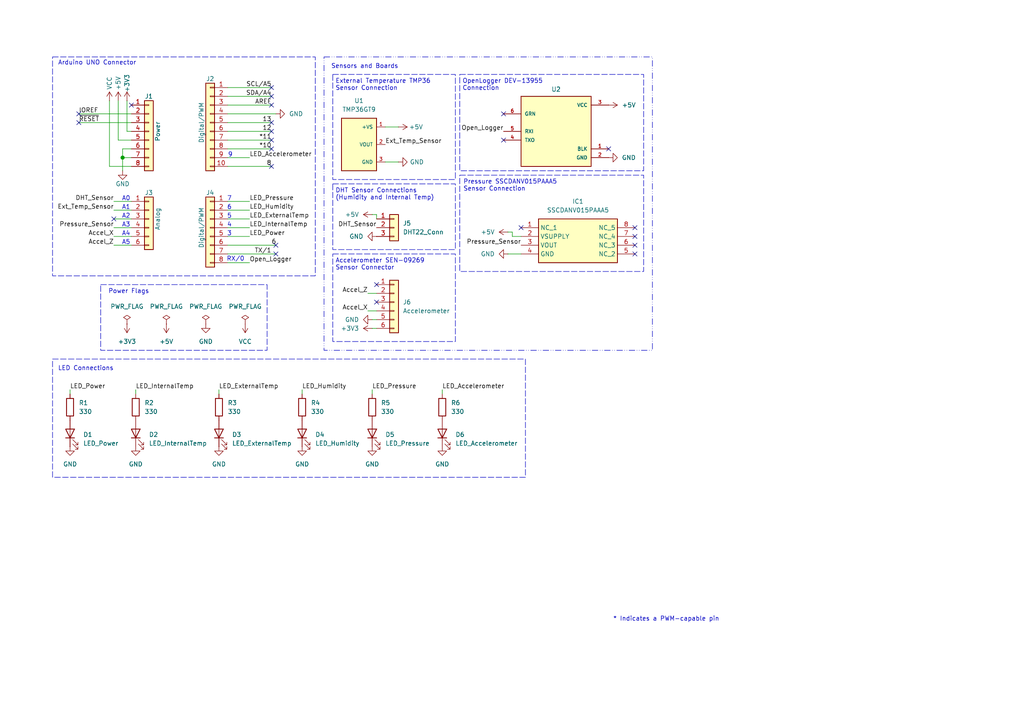
<source format=kicad_sch>
(kicad_sch (version 20231120) (generator "eeschema") (generator_version "8.0")
  (paper "A4")
  (title_block (title "Microprocessors Final Project") (date "mar. 31 mars 2015") (rev "Revision 1"))
  (lib_symbols
    (symbol "+3V3_1" (power) (pin_numbers hide) (pin_names (offset 0) hide)
      (property "Value" "+3V3" (at 0 3.556 0))
      (symbol "+3V3_1_0_1"
        (polyline (pts (xy -0.762 1.27) (xy 0 2.54)))
        (polyline (pts (xy 0 0) (xy 0 2.54)))
        (polyline (pts (xy 0 2.54) (xy 0.762 1.27)))
      )
      (symbol "+3V3_1_1_1"
        (pin power_in line (at 0 0 90) (length 0) (name "~") (number "1"))
      )
    )
    (symbol "+3V3_2" (power) (pin_numbers hide) (pin_names (offset 0) hide)
      (property "Value" "+3V3" (at 0 3.556 0))
      (symbol "+3V3_2_0_1"
        (polyline (pts (xy -0.762 1.27) (xy 0 2.54)))
        (polyline (pts (xy 0 0) (xy 0 2.54)))
        (polyline (pts (xy 0 2.54) (xy 0.762 1.27)))
      )
      (symbol "+3V3_2_1_1"
        (pin power_in line (at 0 0 90) (length 0) (name "~") (number "1"))
      )
    )
    (symbol "+5V_1" (power) (pin_numbers hide) (pin_names (offset 0) hide)
      (property "Value" "+5V" (at 0 3.556 0))
      (symbol "+5V_1_0_1"
        (polyline (pts (xy -0.762 1.27) (xy 0 2.54)))
        (polyline (pts (xy 0 0) (xy 0 2.54)))
        (polyline (pts (xy 0 2.54) (xy 0.762 1.27)))
      )
      (symbol "+5V_1_1_1"
        (pin power_in line (at 0 0 90) (length 0) (name "~") (number "1"))
      )
    )
    (symbol "+5V_2" (power) (pin_numbers hide) (pin_names (offset 0) hide)
      (property "Value" "+5V" (at 0 3.556 0))
      (symbol "+5V_2_0_1"
        (polyline (pts (xy -0.762 1.27) (xy 0 2.54)))
        (polyline (pts (xy 0 0) (xy 0 2.54)))
        (polyline (pts (xy 0 2.54) (xy 0.762 1.27)))
      )
      (symbol "+5V_2_1_1"
        (pin power_in line (at 0 0 90) (length 0) (name "~") (number "1"))
      )
    )
    (symbol "+5V_3" (power) (pin_numbers hide) (pin_names (offset 0) hide)
      (property "Value" "+5V" (at 0 3.556 0))
      (symbol "+5V_3_0_1"
        (polyline (pts (xy -0.762 1.27) (xy 0 2.54)))
        (polyline (pts (xy 0 0) (xy 0 2.54)))
        (polyline (pts (xy 0 2.54) (xy 0.762 1.27)))
      )
      (symbol "+5V_3_1_1"
        (pin power_in line (at 0 0 90) (length 0) (name "~") (number "1"))
      )
    )
    (symbol "+5V_4" (power) (pin_numbers hide) (pin_names (offset 0) hide)
      (property "Value" "+5V" (at 0 3.556 0))
      (symbol "+5V_4_0_1"
        (polyline (pts (xy -0.762 1.27) (xy 0 2.54)))
        (polyline (pts (xy 0 0) (xy 0 2.54)))
        (polyline (pts (xy 0 2.54) (xy 0.762 1.27)))
      )
      (symbol "+5V_4_1_1"
        (pin power_in line (at 0 0 90) (length 0) (name "~") (number "1"))
      )
    )
    (symbol "+5V_5" (power) (pin_numbers hide) (pin_names (offset 0) hide)
      (property "Value" "+5V" (at 0 3.556 0))
      (symbol "+5V_5_0_1"
        (polyline (pts (xy -0.762 1.27) (xy 0 2.54)))
        (polyline (pts (xy 0 0) (xy 0 2.54)))
        (polyline (pts (xy 0 2.54) (xy 0.762 1.27)))
      )
      (symbol "+5V_5_1_1"
        (pin power_in line (at 0 0 90) (length 0) (name "~") (number "1"))
      )
    )
    (symbol "+5V_6" (power) (pin_numbers hide) (pin_names (offset 0) hide)
      (property "Value" "+5V" (at 0 3.556 0))
      (symbol "+5V_6_0_1"
        (polyline (pts (xy -0.762 1.27) (xy 0 2.54)))
        (polyline (pts (xy 0 0) (xy 0 2.54)))
        (polyline (pts (xy 0 2.54) (xy 0.762 1.27)))
      )
      (symbol "+5V_6_1_1"
        (pin power_in line (at 0 0 90) (length 0) (name "~") (number "1"))
      )
    )
    (symbol "Connector_Generic:Conn_01x03" (pin_names (offset 1.016) hide)
      (property "Reference" "J" (at 0 5.08 0))
      (property "Value" "Conn_01x03" (at 0 -5.08 0))
      (symbol "Conn_01x03_1_1"
        (rectangle (start -1.27 -2.413) (end 0 -2.667) (stroke (width 0.1524)))
        (rectangle (start -1.27 0.127) (end 0 -0.127) (stroke (width 0.1524)))
        (rectangle (start -1.27 2.667) (end 0 2.413) (stroke (width 0.1524)))
        (rectangle (start -1.27 3.81) (end 1.27 -3.81) (stroke (width 0.254)) (fill (type background)))
        (pin passive line (at -5.08 2.54 0) (length 3.81) (name "Pin_1") (number "1"))
        (pin passive line (at -5.08 0 0) (length 3.81) (name "Pin_2") (number "2"))
        (pin passive line (at -5.08 -2.54 0) (length 3.81) (name "Pin_3") (number "3"))
      )
    )
    (symbol "Connector_Generic:Conn_01x06" (pin_names (offset 1.016) hide)
      (property "Reference" "J" (at 0 7.62 0))
      (property "Value" "Conn_01x06" (at 0 -10.16 0))
      (symbol "Conn_01x06_1_1"
        (rectangle (start -1.27 -7.493) (end 0 -7.747) (stroke (width 0.1524)))
        (rectangle (start -1.27 -4.953) (end 0 -5.207) (stroke (width 0.1524)))
        (rectangle (start -1.27 -2.413) (end 0 -2.667) (stroke (width 0.1524)))
        (rectangle (start -1.27 0.127) (end 0 -0.127) (stroke (width 0.1524)))
        (rectangle (start -1.27 2.667) (end 0 2.413) (stroke (width 0.1524)))
        (rectangle (start -1.27 5.207) (end 0 4.953) (stroke (width 0.1524)))
        (rectangle (start -1.27 6.35) (end 1.27 -8.89) (stroke (width 0.254)) (fill (type background)))
        (pin passive line (at -5.08 5.08 0) (length 3.81) (name "Pin_1") (number "1"))
        (pin passive line (at -5.08 2.54 0) (length 3.81) (name "Pin_2") (number "2"))
        (pin passive line (at -5.08 0 0) (length 3.81) (name "Pin_3") (number "3"))
        (pin passive line (at -5.08 -2.54 0) (length 3.81) (name "Pin_4") (number "4"))
        (pin passive line (at -5.08 -5.08 0) (length 3.81) (name "Pin_5") (number "5"))
        (pin passive line (at -5.08 -7.62 0) (length 3.81) (name "Pin_6") (number "6"))
      )
    )
    (symbol "Connector_Generic:Conn_01x08" (pin_names (offset 1.016) hide)
      (property "Reference" "J" (at 0 10.16 0))
      (property "Value" "Conn_01x08" (at 0 -12.7 0))
      (symbol "Conn_01x08_1_1"
        (rectangle (start -1.27 -10.033) (end 0 -10.287) (stroke (width 0.1524)))
        (rectangle (start -1.27 -7.493) (end 0 -7.747) (stroke (width 0.1524)))
        (rectangle (start -1.27 -4.953) (end 0 -5.207) (stroke (width 0.1524)))
        (rectangle (start -1.27 -2.413) (end 0 -2.667) (stroke (width 0.1524)))
        (rectangle (start -1.27 0.127) (end 0 -0.127) (stroke (width 0.1524)))
        (rectangle (start -1.27 2.667) (end 0 2.413) (stroke (width 0.1524)))
        (rectangle (start -1.27 5.207) (end 0 4.953) (stroke (width 0.1524)))
        (rectangle (start -1.27 7.747) (end 0 7.493) (stroke (width 0.1524)))
        (rectangle (start -1.27 8.89) (end 1.27 -11.43) (stroke (width 0.254)) (fill (type background)))
        (pin passive line (at -5.08 7.62 0) (length 3.81) (name "Pin_1") (number "1"))
        (pin passive line (at -5.08 5.08 0) (length 3.81) (name "Pin_2") (number "2"))
        (pin passive line (at -5.08 2.54 0) (length 3.81) (name "Pin_3") (number "3"))
        (pin passive line (at -5.08 0 0) (length 3.81) (name "Pin_4") (number "4"))
        (pin passive line (at -5.08 -2.54 0) (length 3.81) (name "Pin_5") (number "5"))
        (pin passive line (at -5.08 -5.08 0) (length 3.81) (name "Pin_6") (number "6"))
        (pin passive line (at -5.08 -7.62 0) (length 3.81) (name "Pin_7") (number "7"))
        (pin passive line (at -5.08 -10.16 0) (length 3.81) (name "Pin_8") (number "8"))
      )
    )
    (symbol "Connector_Generic:Conn_01x10" (pin_names (offset 1.016) hide)
      (property "Reference" "J" (at 0 12.7 0))
      (property "Value" "Conn_01x10" (at 0 -15.24 0))
      (symbol "Conn_01x10_1_1"
        (rectangle (start -1.27 -12.573) (end 0 -12.827) (stroke (width 0.1524)))
        (rectangle (start -1.27 -10.033) (end 0 -10.287) (stroke (width 0.1524)))
        (rectangle (start -1.27 -7.493) (end 0 -7.747) (stroke (width 0.1524)))
        (rectangle (start -1.27 -4.953) (end 0 -5.207) (stroke (width 0.1524)))
        (rectangle (start -1.27 -2.413) (end 0 -2.667) (stroke (width 0.1524)))
        (rectangle (start -1.27 0.127) (end 0 -0.127) (stroke (width 0.1524)))
        (rectangle (start -1.27 2.667) (end 0 2.413) (stroke (width 0.1524)))
        (rectangle (start -1.27 5.207) (end 0 4.953) (stroke (width 0.1524)))
        (rectangle (start -1.27 7.747) (end 0 7.493) (stroke (width 0.1524)))
        (rectangle (start -1.27 10.287) (end 0 10.033) (stroke (width 0.1524)))
        (rectangle (start -1.27 11.43) (end 1.27 -13.97) (stroke (width 0.254)) (fill (type background)))
        (pin passive line (at -5.08 10.16 0) (length 3.81) (name "Pin_1") (number "1"))
        (pin passive line (at -5.08 -12.7 0) (length 3.81) (name "Pin_10") (number "10"))
        (pin passive line (at -5.08 7.62 0) (length 3.81) (name "Pin_2") (number "2"))
        (pin passive line (at -5.08 5.08 0) (length 3.81) (name "Pin_3") (number "3"))
        (pin passive line (at -5.08 2.54 0) (length 3.81) (name "Pin_4") (number "4"))
        (pin passive line (at -5.08 0 0) (length 3.81) (name "Pin_5") (number "5"))
        (pin passive line (at -5.08 -2.54 0) (length 3.81) (name "Pin_6") (number "6"))
        (pin passive line (at -5.08 -5.08 0) (length 3.81) (name "Pin_7") (number "7"))
        (pin passive line (at -5.08 -7.62 0) (length 3.81) (name "Pin_8") (number "8"))
        (pin passive line (at -5.08 -10.16 0) (length 3.81) (name "Pin_9") (number "9"))
      )
    )
    (symbol "DEV-13955:DEV-13955" (pin_names (offset 1.016))
      (property "Reference" "U" (at -10.16 10.922 0))
      (property "Value" "DEV-13955" (at -10.16 -12.7 0))
      (symbol "DEV-13955_0_0"
        (rectangle (start -10.16 -10.16) (end 10.16 10.16) (stroke (width 0.254)) (fill (type background)))
        (pin power_in line (at 15.24 -5.08 180) (length 5.08) (name "BLK") (number "1"))
        (pin power_in line (at 15.24 -7.62 180) (length 5.08) (name "GND") (number "2"))
        (pin power_in line (at 15.24 7.62 180) (length 5.08) (name "VCC") (number "3"))
        (pin output line (at -15.24 -2.54 0) (length 5.08) (name "TXO") (number "4"))
        (pin input line (at -15.24 0 0) (length 5.08) (name "RXI") (number "5"))
        (pin input line (at -15.24 5.08 0) (length 5.08) (name "GRN") (number "6"))
      )
    )
    (symbol "Device:LED" (pin_numbers hide) (pin_names (offset 1.016) hide)
      (property "Reference" "D" (at 0 2.54 0))
      (property "Value" "LED" (at 0 -2.54 0))
      (symbol "LED_0_1"
        (polyline (pts (xy -1.27 -1.27) (xy -1.27 1.27)) (stroke (width 0.254)))
        (polyline (pts (xy -1.27 0) (xy 1.27 0)))
        (polyline (pts (xy 1.27 -1.27) (xy 1.27 1.27) (xy -1.27 0) (xy 1.27 -1.27)) (stroke (width 0.254)))
        (polyline (pts (xy -3.048 -0.762) (xy -4.572 -2.286) (xy -3.81 -2.286) (xy -4.572 -2.286) (xy -4.572 -1.524)))
        (polyline (pts (xy -1.778 -0.762) (xy -3.302 -2.286) (xy -2.54 -2.286) (xy -3.302 -2.286) (xy -3.302 -1.524)))
      )
      (symbol "LED_1_1"
        (pin passive line (at -3.81 0 0) (length 2.54) (name "K") (number "1"))
        (pin passive line (at 3.81 0 180) (length 2.54) (name "A") (number "2"))
      )
    )
    (symbol "Device:R" (pin_numbers hide) (pin_names (offset 0))
      (property "Reference" "R" (at 2.032 0 90))
      (property "Value" "R" (at 0 0 90))
      (symbol "R_0_1"
        (rectangle (start -1.016 -2.54) (end 1.016 2.54) (stroke (width 0.254)))
      )
      (symbol "R_1_1"
        (pin passive line (at 0 3.81 270) (length 1.27) (name "~") (number "1"))
        (pin passive line (at 0 -3.81 90) (length 1.27) (name "~") (number "2"))
      )
    )
    (symbol "GND_1" (power) (pin_numbers hide) (pin_names (offset 0) hide)
      (property "Value" "GND" (at 0 -3.81 0))
      (symbol "GND_1_0_1"
        (polyline (pts (xy 0 0) (xy 0 -1.27) (xy 1.27 -1.27) (xy 0 -2.54) (xy -1.27 -1.27) (xy 0 -1.27)))
      )
      (symbol "GND_1_1_1"
        (pin power_in line (at 0 0 270) (length 0) (name "~") (number "1"))
      )
    )
    (symbol "GND_2" (power) (pin_numbers hide) (pin_names (offset 0) hide)
      (property "Value" "GND" (at 0 -3.81 0))
      (symbol "GND_2_0_1"
        (polyline (pts (xy 0 0) (xy 0 -1.27) (xy 1.27 -1.27) (xy 0 -2.54) (xy -1.27 -1.27) (xy 0 -1.27)))
      )
      (symbol "GND_2_1_1"
        (pin power_in line (at 0 0 270) (length 0) (name "~") (number "1"))
      )
    )
    (symbol "GND_3" (power) (pin_numbers hide) (pin_names (offset 0) hide)
      (property "Value" "GND" (at 0 -3.81 0))
      (symbol "GND_3_0_1"
        (polyline (pts (xy 0 0) (xy 0 -1.27) (xy 1.27 -1.27) (xy 0 -2.54) (xy -1.27 -1.27) (xy 0 -1.27)))
      )
      (symbol "GND_3_1_1"
        (pin power_in line (at 0 0 270) (length 0) (name "~") (number "1"))
      )
    )
    (symbol "GND_4" (power) (pin_numbers hide) (pin_names (offset 0) hide)
      (property "Value" "GND" (at 0 -3.81 0))
      (symbol "GND_4_0_1"
        (polyline (pts (xy 0 0) (xy 0 -1.27) (xy 1.27 -1.27) (xy 0 -2.54) (xy -1.27 -1.27) (xy 0 -1.27)))
      )
      (symbol "GND_4_1_1"
        (pin power_in line (at 0 0 270) (length 0) (name "~") (number "1"))
      )
    )
    (symbol "GND_5" (power) (pin_numbers hide) (pin_names (offset 0) hide)
      (property "Value" "GND" (at 0 -3.81 0))
      (symbol "GND_5_0_1"
        (polyline (pts (xy 0 0) (xy 0 -1.27) (xy 1.27 -1.27) (xy 0 -2.54) (xy -1.27 -1.27) (xy 0 -1.27)))
      )
      (symbol "GND_5_1_1"
        (pin power_in line (at 0 0 270) (length 0) (name "~") (number "1"))
      )
    )
    (symbol "GND_6" (power) (pin_numbers hide) (pin_names (offset 0) hide)
      (property "Value" "GND" (at 0 -3.81 0))
      (symbol "GND_6_0_1"
        (polyline (pts (xy 0 0) (xy 0 -1.27) (xy 1.27 -1.27) (xy 0 -2.54) (xy -1.27 -1.27) (xy 0 -1.27)))
      )
      (symbol "GND_6_1_1"
        (pin power_in line (at 0 0 270) (length 0) (name "~") (number "1"))
      )
    )
    (symbol "GND_7" (power) (pin_numbers hide) (pin_names (offset 0) hide)
      (property "Value" "GND" (at 0 -3.81 0))
      (symbol "GND_7_0_1"
        (polyline (pts (xy 0 0) (xy 0 -1.27) (xy 1.27 -1.27) (xy 0 -2.54) (xy -1.27 -1.27) (xy 0 -1.27)))
      )
      (symbol "GND_7_1_1"
        (pin power_in line (at 0 0 270) (length 0) (name "~") (number "1"))
      )
    )
    (symbol "SSCDANV015PAAA5:SSCDANV015PAAA5"
      (property "Reference" "IC" (at 29.21 7.62 0))
      (property "Value" "SSCDANV015PAAA5" (at 29.21 5.08 0))
      (symbol "SSCDANV015PAAA5_1_1"
        (rectangle (start 5.08 2.54) (end 27.94 -10.16) (stroke (width 0.254)) (fill (type background)))
        (pin passive line (at 0 0 0) (length 5.08) (name "NC_1") (number "1"))
        (pin passive line (at 0 -2.54 0) (length 5.08) (name "VSUPPLY") (number "2"))
        (pin passive line (at 0 -5.08 0) (length 5.08) (name "VOUT") (number "3"))
        (pin passive line (at 0 -7.62 0) (length 5.08) (name "GND") (number "4"))
        (pin passive line (at 33.02 -7.62 180) (length 5.08) (name "NC_2") (number "5"))
        (pin passive line (at 33.02 -5.08 180) (length 5.08) (name "NC_3") (number "6"))
        (pin passive line (at 33.02 -2.54 180) (length 5.08) (name "NC_4") (number "7"))
        (pin passive line (at 33.02 0 180) (length 5.08) (name "NC_5") (number "8"))
      )
    )
    (symbol "TMP36GT9:TMP36GT9" (pin_names (offset 1.016))
      (property "Reference" "U" (at -5.0829 7.6244 0))
      (property "Value" "TMP36GT9" (at -5.08 -10.16 0))
      (symbol "TMP36GT9_0_0"
        (rectangle (start -5.08 -7.62) (end 5.08 7.62) (stroke (width 0.254)) (fill (type background)))
        (pin power_in line (at 7.62 5.08 180) (length 2.54) (name "+VS") (number "1"))
        (pin output line (at 7.62 0 180) (length 2.54) (name "VOUT") (number "2"))
        (pin power_in line (at 7.62 -5.08 180) (length 2.54) (name "GND") (number "3"))
      )
    )
    (symbol "power:GND" (power) (pin_numbers hide) (pin_names (offset 0) hide)
      (property "Value" "GND" (at 0 -3.81 0))
      (symbol "GND_0_1"
        (polyline (pts (xy 0 0) (xy 0 -1.27) (xy 1.27 -1.27) (xy 0 -2.54) (xy -1.27 -1.27) (xy 0 -1.27)))
      )
      (symbol "GND_1_1"
        (pin power_in line (at 0 0 270) (length 0) (name "~") (number "1"))
      )
    )
    (symbol "power:PWR_FLAG" (power) (pin_numbers hide) (pin_names (offset 0) hide)
      (property "Value" "PWR_FLAG" (at 0 3.81 0))
      (symbol "PWR_FLAG_0_0"
        (pin power_out line (at 0 0 90) (length 0) (name "~") (number "1"))
      )
      (symbol "PWR_FLAG_0_1"
        (polyline (pts (xy 0 0) (xy 0 1.27) (xy -1.016 1.905) (xy 0 2.54) (xy 1.016 1.905) (xy 0 1.27)))
      )
    )
    (symbol "power:VCC" (power) (pin_numbers hide) (pin_names (offset 0) hide)
      (property "Value" "VCC" (at 0 3.556 0))
      (symbol "VCC_0_1"
        (polyline (pts (xy -0.762 1.27) (xy 0 2.54)))
        (polyline (pts (xy 0 0) (xy 0 2.54)))
        (polyline (pts (xy 0 2.54) (xy 0.762 1.27)))
      )
      (symbol "VCC_1_1"
        (pin power_in line (at 0 0 90) (length 0) (name "~") (number "1"))
      )
    )
  )
  (junction (at 35.56 45.72) (diameter 1.016))
  (no_connect (at 109.22 87.63))
  (no_connect (at 184.15 73.66))
  (no_connect (at 78.74 30.48))
  (no_connect (at 146.05 40.64))
  (no_connect (at 78.74 48.26))
  (no_connect (at 184.15 71.12))
  (no_connect (at 184.15 66.04))
  (no_connect (at 80.01 71.12))
  (no_connect (at 78.74 43.18))
  (no_connect (at 22.86 35.56))
  (no_connect (at 109.22 82.55))
  (no_connect (at 78.74 38.1))
  (no_connect (at 80.01 73.66))
  (no_connect (at 22.86 33.02))
  (no_connect (at 78.74 25.4))
  (no_connect (at 151.13 66.04))
  (no_connect (at 78.74 27.94))
  (no_connect (at 78.74 35.56))
  (no_connect (at 38.1 30.48))
  (no_connect (at 176.53 43.18))
  (no_connect (at 33.02 63.5))
  (no_connect (at 78.74 40.64))
  (no_connect (at 184.15 68.58))
  (no_connect (at 146.05 33.02))
  (wire (pts (xy 66.04 76.2) (xy 72.39 76.2)))
  (wire (pts (xy 115.57 46.99) (xy 111.76 46.99)))
  (wire (pts (xy 63.5 113.03) (xy 63.5 114.3)))
  (wire (pts (xy 66.04 43.18) (xy 78.74 43.18)))
  (wire (pts (xy 109.22 62.23) (xy 109.22 63.5)))
  (wire (pts (xy 66.04 25.4) (xy 78.74 25.4)))
  (wire (pts (xy 106.68 90.17) (xy 109.22 90.17)))
  (wire (pts (xy 107.95 95.25) (xy 109.22 95.25)))
  (wire (pts (xy 35.56 43.18) (xy 35.56 45.72)))
  (wire (pts (xy 106.68 85.09) (xy 109.22 85.09)))
  (wire (pts (xy 33.02 71.12) (xy 38.1 71.12)))
  (wire (pts (xy 36.83 38.1) (xy 38.1 38.1)))
  (wire (pts (xy 34.29 40.64) (xy 38.1 40.64)))
  (wire (pts (xy 34.29 29.21) (xy 34.29 40.64)))
  (wire (pts (xy 148.59 67.31) (xy 148.59 68.58)))
  (wire (pts (xy 66.04 35.56) (xy 78.74 35.56)))
  (wire (pts (xy 36.83 29.21) (xy 36.83 38.1)))
  (wire (pts (xy 66.04 58.42) (xy 72.39 58.42)))
  (wire (pts (xy 38.1 58.42) (xy 33.02 58.42)))
  (wire (pts (xy 66.04 38.1) (xy 78.74 38.1)))
  (wire (pts (xy 66.04 60.96) (xy 72.39 60.96)))
  (wire (pts (xy 66.04 45.72) (xy 72.39 45.72)))
  (wire (pts (xy 22.86 33.02) (xy 38.1 33.02)))
  (wire (pts (xy 66.04 30.48) (xy 78.74 30.48)))
  (wire (pts (xy 147.32 73.66) (xy 151.13 73.66)))
  (wire (pts (xy 115.57 36.83) (xy 111.76 36.83)))
  (wire (pts (xy 38.1 63.5) (xy 33.02 63.5)))
  (wire (pts (xy 22.86 35.56) (xy 38.1 35.56)))
  (wire (pts (xy 35.56 49.53) (xy 35.56 45.72)))
  (wire (pts (xy 38.1 45.72) (xy 35.56 45.72)))
  (wire (pts (xy 128.27 113.03) (xy 128.27 114.3)))
  (wire (pts (xy 31.75 48.26) (xy 38.1 48.26)))
  (wire (pts (xy 39.37 113.03) (xy 39.37 114.3)))
  (wire (pts (xy 33.02 60.96) (xy 38.1 60.96)))
  (wire (pts (xy 20.32 113.03) (xy 20.32 114.3)))
  (wire (pts (xy 107.95 92.71) (xy 109.22 92.71)))
  (wire (pts (xy 147.32 67.31) (xy 148.59 67.31)))
  (wire (pts (xy 66.04 66.04) (xy 72.39 66.04)))
  (wire (pts (xy 66.04 33.02) (xy 80.01 33.02)))
  (wire (pts (xy 38.1 43.18) (xy 35.56 43.18)))
  (wire (pts (xy 107.95 62.23) (xy 109.22 62.23)))
  (wire (pts (xy 66.04 40.64) (xy 78.74 40.64)))
  (wire (pts (xy 107.95 113.03) (xy 107.95 114.3)))
  (wire (pts (xy 66.04 63.5) (xy 72.39 63.5)))
  (wire (pts (xy 33.02 66.04) (xy 38.1 66.04)))
  (wire (pts (xy 87.63 113.03) (xy 87.63 114.3)))
  (wire (pts (xy 66.04 27.94) (xy 78.74 27.94)))
  (wire (pts (xy 66.04 71.12) (xy 80.01 71.12)))
  (wire (pts (xy 66.04 68.58) (xy 72.39 68.58)))
  (wire (pts (xy 66.04 73.66) (xy 80.01 73.66)))
  (wire (pts (xy 31.75 48.26) (xy 31.75 29.21)))
  (wire (pts (xy 148.59 68.58) (xy 151.13 68.58)))
  (wire (pts (xy 38.1 68.58) (xy 33.02 68.58)))
  (wire (pts (xy 66.04 48.26) (xy 78.74 48.26)))
  (rectangle (start 29.21 82.55) (end 77.47 101.6) (stroke (width 0) (type dash)))
  (rectangle (start 133.35 21.59) (end 186.69 49.53) (stroke (width 0) (type dash)))
  (rectangle (start 96.52 53.34) (end 132.08 72.39) (stroke (width 0) (type dash)))
  (rectangle (start 15.24 104.14) (end 152.4 138.43) (stroke (width 0) (type dash)))
  (rectangle (start 133.35 50.8) (end 186.69 78.74) (stroke (width 0) (type dash)))
  (rectangle (start 96.52 21.59) (end 132.08 52.07) (stroke (width 0) (type dash)))
  (rectangle (start 96.52 73.66) (end 132.08 99.06) (stroke (width 0) (type dash)))
  (rectangle (start 15.24 16.51) (end 91.44 80.01) (stroke (width 0) (type dash)))
  (rectangle (start 93.98 16.51) (end 189.23 101.6) (stroke (width 0) (type dash_dot_dot)))
  (text "9" (at 66.802 44.958 0) (effects (font (size 1.27 1.27))))
  (text "External Temperature TMP36\nSensor Connection\n" (at 97.282 24.638 0) (effects (font (size 1.27 1.27)) (justify left)))
  (text "Arduino UNO Connector" (at 28.194 18.288 0) (effects (font (size 1.27 1.27))))
  (text "A4" (at 36.576 67.818 0) (effects (font (size 1.27 1.27))))
  (text "OpenLogger DEV-13955\nConnection\n" (at 134.112 24.638 0) (effects (font (size 1.27 1.27)) (justify left)))
  (text "6" (at 66.548 60.198 0) (effects (font (size 1.27 1.27))))
  (text "Sensors and Boards" (at 96.012 19.304 0) (effects (font (size 1.27 1.27)) (justify left)))
  (text "Accelerometer SEN-09269\nSensor Connector" (at 97.282 76.708 0) (effects (font (size 1.27 1.27)) (justify left)))
  (text "A3" (at 36.576 65.278 0) (effects (font (size 1.27 1.27))))
  (text "5" (at 66.548 62.738 0) (effects (font (size 1.27 1.27))))
  (text "Power Flags" (at 37.338 84.582 0) (effects (font (size 1.27 1.27))))
  (text "LED Connections" (at 24.892 106.934 0) (effects (font (size 1.27 1.27))))
  (text "4\n" (at 66.548 65.278 0) (effects (font (size 1.27 1.27))))
  (text "3" (at 66.548 67.818 0) (effects (font (size 1.27 1.27))))
  (text "A2" (at 36.576 62.738 0) (effects (font (size 1.27 1.27))))
  (text "A5" (at 36.576 70.358 0) (effects (font (size 1.27 1.27))))
  (text "DHT Sensor Connections\n(Humidity and Internal Temp)\n" (at 97.282 56.388 0) (effects (font (size 1.27 1.27)) (justify left)))
  (text "7" (at 66.548 57.658 0) (effects (font (size 1.27 1.27))))
  (text "* Indicates a PWM-capable pin" (at 177.8 180.34 0) (effects (font (size 1.27 1.27)) (justify left bottom)))
  (text "RX/0" (at 68.326 75.184 0) (effects (font (size 1.27 1.27))))
  (text "A0" (at 36.576 57.658 0) (effects (font (size 1.27 1.27))))
  (text "Pressure SSCDANV015PAAA5\nSensor Connection\n" (at 134.366 53.848 0) (effects (font (size 1.27 1.27)) (justify left)))
  (text "A1" (at 36.576 60.198 0) (effects (font (size 1.27 1.27))))
  (label "6" (at 78.74 71.12 0))
  (label "Accel_X" (at 33.02 68.58 180))
  (label "LED_Accelerometer" (at 128.27 113.03 0))
  (label "LED_InternalTemp" (at 72.39 66.04 0))
  (label "LED_Accelerometer" (at 72.39 45.72 0))
  (label "13" (at 78.74 35.56 180))
  (label "12" (at 78.74 38.1 180))
  (label "~{RESET}" (at 22.86 35.56 0))
  (label "LED_Humidity" (at 72.39 60.96 0))
  (label "*10" (at 78.74 43.18 180))
  (label "LED_Power" (at 72.39 68.58 0))
  (label "LED_Pressure" (at 72.39 58.42 0))
  (label "LED_ExternalTemp" (at 72.39 63.5 0))
  (label "Accel_X" (at 106.68 90.17 180))
  (label "Accel_Z" (at 33.02 71.12 180))
  (label "DHT_Sensor" (at 33.02 58.42 180))
  (label "SDA{slash}A4" (at 78.74 27.94 180))
  (label "8" (at 78.74 48.26 180))
  (label "Pressure_Sensor" (at 33.02 66.04 180))
  (label "*11" (at 78.74 40.64 180))
  (label "Open_Logger" (at 146.05 38.1 180))
  (label "Accel_Z" (at 106.68 85.09 180))
  (label "LED_Pressure" (at 107.95 113.03 0))
  (label "TX{slash}1" (at 78.74 73.66 180))
  (label "LED_Power" (at 20.32 113.03 0))
  (label "LED_InternalTemp" (at 39.37 113.03 0))
  (label "AREF" (at 78.74 30.48 180))
  (label "Open_Logger" (at 72.39 76.2 0))
  (label "Pressure_Sensor" (at 151.13 71.12 180))
  (label "SCL{slash}A5" (at 78.74 25.4 180))
  (label "LED_Humidity" (at 87.63 113.03 0))
  (label "IOREF" (at 22.86 33.02 0))
  (label "Ext_Temp_Sensor" (at 33.02 60.96 180))
  (label "LED_ExternalTemp" (at 63.5 113.03 0))
  (label "Ext_Temp_Sensor" (at 111.76 41.91 0))
  (label "DHT_Sensor" (at 109.22 66.04 180))
  (symbol (lib_id "Connector_Generic:Conn_01x08") (at 43.18 38.1 0) (unit 1)
    (property "Reference" "J1" (at 43.18 27.94 0))
    (property "Value" "Power" (at 45.72 38.1 90))
    (property "Footprint" "Connector_PinSocket_2.54mm:PinSocket_1x08_P2.54mm_Vertical" (effects (hide yes)))
  )
  (symbol (lib_id "Connector_Generic:Conn_01x10") (at 60.96 35.56 0) (mirror y) (unit 1)
    (property "Reference" "J2" (at 60.96 22.86 0))
    (property "Value" "Digital/PWM" (at 58.42 35.56 90))
    (property "Footprint" "Connector_PinSocket_2.54mm:PinSocket_1x10_P2.54mm_Vertical" (effects (hide yes)))
  )
  (symbol (lib_id "Connector_Generic:Conn_01x06") (at 43.18 63.5 0) (unit 1)
    (property "Reference" "J3" (at 43.18 55.88 0))
    (property "Value" "Analog" (at 45.72 63.5 90))
    (property "Footprint" "Connector_PinSocket_2.54mm:PinSocket_1x06_P2.54mm_Vertical" (effects (hide yes)))
  )
  (symbol (lib_id "Connector_Generic:Conn_01x08") (at 60.96 66.04 0) (mirror y) (unit 1)
    (property "Reference" "J4" (at 60.96 55.88 0))
    (property "Value" "Digital/PWM" (at 58.42 66.04 90))
    (property "Footprint" "Connector_PinSocket_2.54mm:PinSocket_1x08_P2.54mm_Vertical" (effects (hide yes)))
  )
  (symbol (lib_name "GND_7") (lib_id "power:GND") (at 80.01 33.02 90) (unit 1)
    (property "Reference" "#PWR02" (effects (hide yes)))
    (property "Value" "GND" (at 83.82 33.0199 90) (effects (justify right)))
    (property "Description" "Power symbol creates a global label with name \"GND\" , ground" (effects (hide yes)))
  )
  (symbol (lib_name "+5V_1") (lib_id "power:+5V") (at 48.26 93.98 180) (unit 1)
    (property "Reference" "#PWR07" (effects (hide yes)))
    (property "Value" "+5V" (at 48.26 99.06 0))
    (property "Description" "Power symbol creates a global label with name \"+5V\"" (effects (hide yes)))
  )
  (symbol (lib_name "GND_2") (lib_id "power:GND") (at 87.63 129.54 0) (unit 1)
    (property "Reference" "#PWR012" (effects (hide yes)))
    (property "Value" "GND" (at 87.63 134.62 0))
    (property "Description" "Power symbol creates a global label with name \"GND\" , ground" (effects (hide yes)))
  )
  (symbol (lib_id "power:GND") (at 35.56 49.53 0) (unit 1)
    (property "Reference" "#PWR03" (effects (hide yes)))
    (property "Value" "GND" (at 35.56 53.34 0))
    (property "Description" "Power symbol creates a global label with name \"GND\" , ground" (effects (hide yes)))
  )
  (symbol (lib_name "+5V_2") (lib_id "power:+5V") (at 115.57 36.83 270) (unit 1)
    (property "Reference" "#PWR016" (effects (hide yes)))
    (property "Value" "+5V" (at 118.618 36.83 90) (effects (justify left)))
    (property "Description" "Power symbol creates a global label with name \"+5V\"" (effects (hide yes)))
  )
  (symbol (lib_id "Connector_Generic:Conn_01x06") (at 114.3 87.63 0) (unit 1)
    (property "Reference" "J6" (at 116.84 87.6299 0) (effects (justify left)))
    (property "Value" "Accelerometer" (at 116.84 90.1699 0) (effects (justify left)))
    (property "Footprint" "Connector_PinHeader_2.54mm:PinHeader_1x06_P2.54mm_Vertical" (effects (hide yes)))
    (property "Description" "Generic connector, single row, 01x06, script generated (kicad-library-utils/schlib/autogen/connector/)" (effects (hide yes)))
  )
  (symbol (lib_id "Device:R") (at 39.37 118.11 0) (unit 1)
    (property "Reference" "R2" (at 41.91 116.8399 0) (effects (justify left)))
    (property "Value" "330" (at 41.91 119.3799 0) (effects (justify left)))
    (property "Footprint" "Resistor_THT:R_Axial_DIN0207_L6.3mm_D2.5mm_P10.16mm_Horizontal" (effects (hide yes)))
    (property "Description" "Resistor" (effects (hide yes)))
  )
  (symbol (lib_name "+3V3_1") (lib_id "power:+3V3") (at 36.83 93.98 180) (unit 1)
    (property "Reference" "#PWR06" (effects (hide yes)))
    (property "Value" "+3V3" (at 36.83 99.06 0))
    (property "Description" "Power symbol creates a global label with name \"+3V3\"" (effects (hide yes)))
  )
  (symbol (lib_id "Device:R") (at 63.5 118.11 0) (unit 1)
    (property "Reference" "R3" (at 66.04 116.8399 0) (effects (justify left)))
    (property "Value" "330" (at 66.04 119.3799 0) (effects (justify left)))
    (property "Footprint" "Resistor_THT:R_Axial_DIN0207_L6.3mm_D2.5mm_P10.16mm_Horizontal" (effects (hide yes)))
    (property "Description" "Resistor" (effects (hide yes)))
  )
  (symbol (lib_id "power:PWR_FLAG") (at 71.12 93.98 0) (unit 1)
    (property "Reference" "#FLG04" (effects (hide yes)))
    (property "Value" "PWR_FLAG" (at 71.12 88.9 0))
    (property "Description" "Special symbol for telling ERC where power comes from" (effects (hide yes)))
  )
  (symbol (lib_name "+5V_3") (lib_id "power:+5V") (at 147.32 67.31 90) (unit 1)
    (property "Reference" "#PWR017" (effects (hide yes)))
    (property "Value" "+5V" (at 143.51 67.3099 90) (effects (justify left)))
    (property "Description" "Power symbol creates a global label with name \"+5V\"" (effects (hide yes)))
  )
  (symbol (lib_name "GND_6") (lib_id "power:GND") (at 109.22 68.58 270) (unit 1)
    (property "Reference" "#PWR022" (effects (hide yes)))
    (property "Value" "GND" (at 105.41 68.5799 90) (effects (justify right)))
    (property "Description" "Power symbol creates a global label with name \"GND\" , ground" (effects (hide yes)))
  )
  (symbol (lib_name "GND_2") (lib_id "power:GND") (at 107.95 129.54 0) (unit 1)
    (property "Reference" "#PWR013" (effects (hide yes)))
    (property "Value" "GND" (at 107.95 134.62 0))
    (property "Description" "Power symbol creates a global label with name \"GND\" , ground" (effects (hide yes)))
  )
  (symbol (lib_name "GND_6") (lib_id "power:GND") (at 107.95 92.71 270) (unit 1)
    (property "Reference" "#PWR023" (effects (hide yes)))
    (property "Value" "GND" (at 104.14 92.7099 90) (effects (justify right)))
    (property "Description" "Power symbol creates a global label with name \"GND\" , ground" (effects (hide yes)))
  )
  (symbol (lib_name "+3V3_2") (lib_id "power:+3V3") (at 36.83 29.21 0) (unit 1)
    (property "Reference" "#PWR026" (effects (hide yes)))
    (property "Value" "+3V3" (at 36.83 24.13 90))
    (property "Description" "Power symbol creates a global label with name \"+3V3\"" (effects (hide yes)))
  )
  (symbol (lib_id "Device:LED") (at 20.32 125.73 90) (unit 1)
    (property "Reference" "D1" (at 24.13 126.0474 90) (effects (justify right)))
    (property "Value" "LED_Power" (at 24.13 128.5874 90) (effects (justify right)))
    (property "Footprint" "LED_THT:LED_D5.0mm" (effects (hide yes)))
    (property "Description" "Light emitting diode" (effects (hide yes)))
  )
  (symbol (lib_id "DEV-13955:DEV-13955") (at 161.29 38.1 0) (unit 1)
    (property "Reference" "U2" (at 161.29 25.908 0))
    (property "Value" "DEV-13955" (effects (hide yes)))
    (property "Footprint" "DEV-13955:MODULE_DEV-13955" (effects (hide yes)))
    (property "MF" "SparkFun Electronics" (effects (hide yes)))
    (property "Description_1" "\n                        \n                            Development Boards & Kits - AVR SparkFun OpenLog with Headers\n                        \n" (effects (hide yes)))
    (property "Package" "None" (effects (hide yes)))
    (property "Price" "None" (effects (hide yes)))
    (property "Check_prices" "https://www.snapeda.com/parts/DEV-13955/SparkFun/view-part/?ref=eda" (effects (hide yes)))
    (property "STANDARD" "Manufacturer Recommendations" (effects (hide yes)))
    (property "PARTREV" "v15" (effects (hide yes)))
    (property "SnapEDA_Link" "https://www.snapeda.com/parts/DEV-13955/SparkFun/view-part/?ref=snap" (effects (hide yes)))
    (property "MP" "DEV-13955" (effects (hide yes)))
    (property "SNAPEDA_PN" "DEV-13712" (effects (hide yes)))
    (property "Availability" "In Stock" (effects (hide yes)))
    (property "MANUFACTURER" "SparkFun" (effects (hide yes)))
  )
  (symbol (lib_id "TMP36GT9:TMP36GT9") (at 104.14 41.91 0) (unit 1)
    (property "Reference" "U1" (at 104.14 29.21 0))
    (property "Value" "TMP36GT9" (at 104.14 31.75 0))
    (property "Footprint" "TMP36GT9:XDCR_TMP36GT9" (effects (hide yes)))
    (property "MF" "Analog Devices" (effects (hide yes)))
    (property "Description_1" "\n                        \n                            Voltage Output Temperature Sensors\n                        \n" (effects (hide yes)))
    (property "Package" "TO-3 Analog Devices" (effects (hide yes)))
    (property "Price" "None" (effects (hide yes)))
    (property "Check_prices" "https://www.snapeda.com/parts/TMP36GT9/Analog+Devices/view-part/?ref=eda" (effects (hide yes)))
    (property "PARTREV" "H" (effects (hide yes)))
    (property "SnapEDA_Link" "https://www.snapeda.com/parts/TMP36GT9/Analog+Devices/view-part/?ref=snap" (effects (hide yes)))
    (property "MP" "TMP36GT9" (effects (hide yes)))
    (property "Availability" "In Stock" (effects (hide yes)))
    (property "MANUFACTURER" "ANALOG DEVICE" (effects (hide yes)))
  )
  (symbol (lib_name "GND_1") (lib_id "power:GND") (at 59.69 93.98 0) (unit 1)
    (property "Reference" "#PWR08" (effects (hide yes)))
    (property "Value" "GND" (at 59.69 99.06 0))
    (property "Description" "Power symbol creates a global label with name \"GND\" , ground" (effects (hide yes)))
  )
  (symbol (lib_name "GND_3") (lib_id "power:GND") (at 115.57 46.99 90) (unit 1)
    (property "Reference" "#PWR015" (effects (hide yes)))
    (property "Value" "GND" (at 120.904 46.99 90))
    (property "Description" "Power symbol creates a global label with name \"GND\" , ground" (effects (hide yes)))
  )
  (symbol (lib_id "power:PWR_FLAG") (at 48.26 93.98 0) (unit 1)
    (property "Reference" "#FLG02" (effects (hide yes)))
    (property "Value" "PWR_FLAG" (at 48.26 88.9 0))
    (property "Description" "Special symbol for telling ERC where power comes from" (effects (hide yes)))
  )
  (symbol (lib_name "+5V_5") (lib_id "power:+5V") (at 107.95 62.23 90) (unit 1)
    (property "Reference" "#PWR021" (effects (hide yes)))
    (property "Value" "+5V" (at 104.14 62.2299 90) (effects (justify left)))
    (property "Description" "Power symbol creates a global label with name \"+5V\"" (effects (hide yes)))
  )
  (symbol (lib_name "+3V3_1") (lib_id "power:+3V3") (at 107.95 95.25 90) (unit 1)
    (property "Reference" "#PWR024" (effects (hide yes)))
    (property "Value" "+3V3" (at 104.14 95.2499 90) (effects (justify left)))
    (property "Description" "Power symbol creates a global label with name \"+3V3\"" (effects (hide yes)))
  )
  (symbol (lib_id "Device:R") (at 128.27 118.11 0) (unit 1)
    (property "Reference" "R6" (at 130.81 116.8399 0) (effects (justify left)))
    (property "Value" "330" (at 130.81 119.3799 0) (effects (justify left)))
    (property "Footprint" "Resistor_THT:R_Axial_DIN0207_L6.3mm_D2.5mm_P10.16mm_Horizontal" (effects (hide yes)))
    (property "Description" "Resistor" (effects (hide yes)))
  )
  (symbol (lib_id "Device:R") (at 20.32 118.11 0) (unit 1)
    (property "Reference" "R1" (at 22.86 116.8399 0) (effects (justify left)))
    (property "Value" "330" (at 22.86 119.3799 0) (effects (justify left)))
    (property "Footprint" "Resistor_THT:R_Axial_DIN0207_L6.3mm_D2.5mm_P10.16mm_Horizontal" (effects (hide yes)))
    (property "Description" "Resistor" (effects (hide yes)))
  )
  (symbol (lib_name "+5V_6") (lib_id "power:+5V") (at 34.29 29.21 0) (unit 1)
    (property "Reference" "#PWR025" (effects (hide yes)))
    (property "Value" "+5V" (at 34.29 24.13 90))
    (property "Description" "Power symbol creates a global label with name \"+5V\"" (effects (hide yes)))
  )
  (symbol (lib_id "Device:LED") (at 63.5 125.73 90) (unit 1)
    (property "Reference" "D3" (at 67.31 126.0474 90) (effects (justify right)))
    (property "Value" "LED_ExternalTemp" (at 67.31 128.5874 90) (effects (justify right)))
    (property "Footprint" "LED_THT:LED_D5.0mm" (effects (hide yes)))
    (property "Description" "Light emitting diode" (effects (hide yes)))
  )
  (symbol (lib_name "GND_2") (lib_id "power:GND") (at 20.32 129.54 0) (unit 1)
    (property "Reference" "#PWR09" (effects (hide yes)))
    (property "Value" "GND" (at 20.32 134.62 0))
    (property "Description" "Power symbol creates a global label with name \"GND\" , ground" (effects (hide yes)))
  )
  (symbol (lib_id "Device:LED") (at 87.63 125.73 90) (unit 1)
    (property "Reference" "D4" (at 91.44 126.0474 90) (effects (justify right)))
    (property "Value" "LED_Humidity" (at 91.44 128.5874 90) (effects (justify right)))
    (property "Footprint" "LED_THT:LED_D5.0mm" (effects (hide yes)))
    (property "Description" "Light emitting diode" (effects (hide yes)))
  )
  (symbol (lib_id "Device:LED") (at 107.95 125.73 90) (unit 1)
    (property "Reference" "D5" (at 111.76 126.0474 90) (effects (justify right)))
    (property "Value" "LED_Pressure" (at 111.76 128.5874 90) (effects (justify right)))
    (property "Footprint" "LED_THT:LED_D5.0mm" (effects (hide yes)))
    (property "Description" "Light emitting diode" (effects (hide yes)))
  )
  (symbol (lib_name "GND_2") (lib_id "power:GND") (at 128.27 129.54 0) (unit 1)
    (property "Reference" "#PWR014" (effects (hide yes)))
    (property "Value" "GND" (at 128.27 134.62 0))
    (property "Description" "Power symbol creates a global label with name \"GND\" , ground" (effects (hide yes)))
  )
  (symbol (lib_id "Device:LED") (at 128.27 125.73 90) (unit 1)
    (property "Reference" "D6" (at 132.08 126.0474 90) (effects (justify right)))
    (property "Value" "LED_Accelerometer" (at 132.08 128.5874 90) (effects (justify right)))
    (property "Footprint" "LED_THT:LED_D5.0mm" (effects (hide yes)))
    (property "Description" "Light emitting diode" (effects (hide yes)))
  )
  (symbol (lib_id "power:PWR_FLAG") (at 59.69 93.98 0) (unit 1)
    (property "Reference" "#FLG03" (effects (hide yes)))
    (property "Value" "PWR_FLAG" (at 59.69 88.9 0))
    (property "Description" "Special symbol for telling ERC where power comes from" (effects (hide yes)))
  )
  (symbol (lib_id "power:VCC") (at 31.75 29.21 0) (unit 1)
    (property "Reference" "#PWR01" (effects (hide yes)))
    (property "Value" "VCC" (at 31.75 24.13 90))
    (property "Description" "Power symbol creates a global label with name \"VCC\"" (effects (hide yes)))
  )
  (symbol (lib_id "Device:R") (at 107.95 118.11 0) (unit 1)
    (property "Reference" "R5" (at 110.49 116.8399 0) (effects (justify left)))
    (property "Value" "330" (at 110.49 119.3799 0) (effects (justify left)))
    (property "Footprint" "Resistor_THT:R_Axial_DIN0207_L6.3mm_D2.5mm_P10.16mm_Horizontal" (effects (hide yes)))
    (property "Description" "Resistor" (effects (hide yes)))
  )
  (symbol (lib_name "GND_4") (lib_id "power:GND") (at 147.32 73.66 270) (unit 1)
    (property "Reference" "#PWR018" (effects (hide yes)))
    (property "Value" "GND" (at 143.51 73.6599 90) (effects (justify right)))
    (property "Description" "Power symbol creates a global label with name \"GND\" , ground" (effects (hide yes)))
  )
  (symbol (lib_id "Connector_Generic:Conn_01x03") (at 114.3 66.04 0) (unit 1)
    (property "Reference" "J5" (at 116.84 64.7699 0) (effects (justify left)))
    (property "Value" "DHT22_Conn" (at 116.84 67.3099 0) (effects (justify left)))
    (property "Footprint" "Connector_PinHeader_2.54mm:PinHeader_1x03_P2.54mm_Vertical" (effects (hide yes)))
    (property "Description" "Generic connector, single row, 01x03, script generated (kicad-library-utils/schlib/autogen/connector/)" (effects (hide yes)))
  )
  (symbol (lib_id "Device:R") (at 87.63 118.11 0) (unit 1)
    (property "Reference" "R4" (at 90.17 116.8399 0) (effects (justify left)))
    (property "Value" "330" (at 90.17 119.3799 0) (effects (justify left)))
    (property "Footprint" "Resistor_THT:R_Axial_DIN0207_L6.3mm_D2.5mm_P10.16mm_Horizontal" (effects (hide yes)))
    (property "Description" "Resistor" (effects (hide yes)))
  )
  (symbol (lib_id "Device:LED") (at 39.37 125.73 90) (unit 1)
    (property "Reference" "D2" (at 43.18 126.0474 90) (effects (justify right)))
    (property "Value" "LED_InternalTemp" (at 43.18 128.5874 90) (effects (justify right)))
    (property "Footprint" "LED_THT:LED_D5.0mm" (effects (hide yes)))
    (property "Description" "Light emitting diode" (effects (hide yes)))
  )
  (symbol (lib_name "GND_2") (lib_id "power:GND") (at 39.37 129.54 0) (unit 1)
    (property "Reference" "#PWR010" (effects (hide yes)))
    (property "Value" "GND" (at 39.37 134.62 0))
    (property "Description" "Power symbol creates a global label with name \"GND\" , ground" (effects (hide yes)))
  )
  (symbol (lib_id "SSCDANV015PAAA5:SSCDANV015PAAA5") (at 151.13 66.04 0) (unit 1)
    (property "Reference" "IC1" (at 167.64 58.42 0))
    (property "Value" "SSCDANV015PAAA5" (at 167.64 60.96 0))
    (property "Footprint" "SSCDANV015PAAA5" (effects (hide yes)))
    (property "Datasheet" "https://www.mouser.ch/datasheet/2/187/honeywell-sensing-trustability-ssc-series-standard-1095240.pdf" (effects (hide yes)))
    (property "Description" "Sensor: pressure; Range:015psi; absolute; Output conf: analogue" (effects (hide yes)))
    (property "Height" "13.75" (effects (hide yes)))
    (property "Manufacturer_Name" "Honeywell" (effects (hide yes)))
    (property "Manufacturer_Part_Number" "SSCDANV015PAAA5" (effects (hide yes)))
    (property "Mouser Part Number" "785-SSCDANV015PAAA5" (effects (hide yes)))
    (property "Mouser Price/Stock" "https://www.mouser.co.uk/ProductDetail/Honeywell/SSCDANV015PAAA5?qs=OTrKUuiFdkZ410fBEb90Wg%3D%3D" (effects (hide yes)))
  )
  (symbol (lib_name "GND_2") (lib_id "power:GND") (at 63.5 129.54 0) (unit 1)
    (property "Reference" "#PWR011" (effects (hide yes)))
    (property "Value" "GND" (at 63.5 134.62 0))
    (property "Description" "Power symbol creates a global label with name \"GND\" , ground" (effects (hide yes)))
  )
  (symbol (lib_id "power:VCC") (at 71.12 93.98 180) (unit 1)
    (property "Reference" "#PWR04" (effects (hide yes)))
    (property "Value" "VCC" (at 71.12 99.06 0))
    (property "Description" "Power symbol creates a global label with name \"VCC\"" (effects (hide yes)))
  )
  (symbol (lib_id "power:PWR_FLAG") (at 36.83 93.98 0) (unit 1)
    (property "Reference" "#FLG01" (effects (hide yes)))
    (property "Value" "PWR_FLAG" (at 36.83 88.9 0))
    (property "Description" "Special symbol for telling ERC where power comes from" (effects (hide yes)))
  )
  (symbol (lib_name "+5V_4") (lib_id "power:+5V") (at 176.53 30.48 270) (unit 1)
    (property "Reference" "#PWR019" (effects (hide yes)))
    (property "Value" "+5V" (at 180.34 30.4799 90) (effects (justify left)))
    (property "Description" "Power symbol creates a global label with name \"+5V\"" (effects (hide yes)))
  )
  (symbol (lib_name "GND_5") (lib_id "power:GND") (at 176.53 45.72 90) (unit 1)
    (property "Reference" "#PWR020" (effects (hide yes)))
    (property "Value" "GND" (at 180.34 45.7199 90) (effects (justify right)))
    (property "Description" "Power symbol creates a global label with name \"GND\" , ground" (effects (hide yes)))
  )
)
</source>
